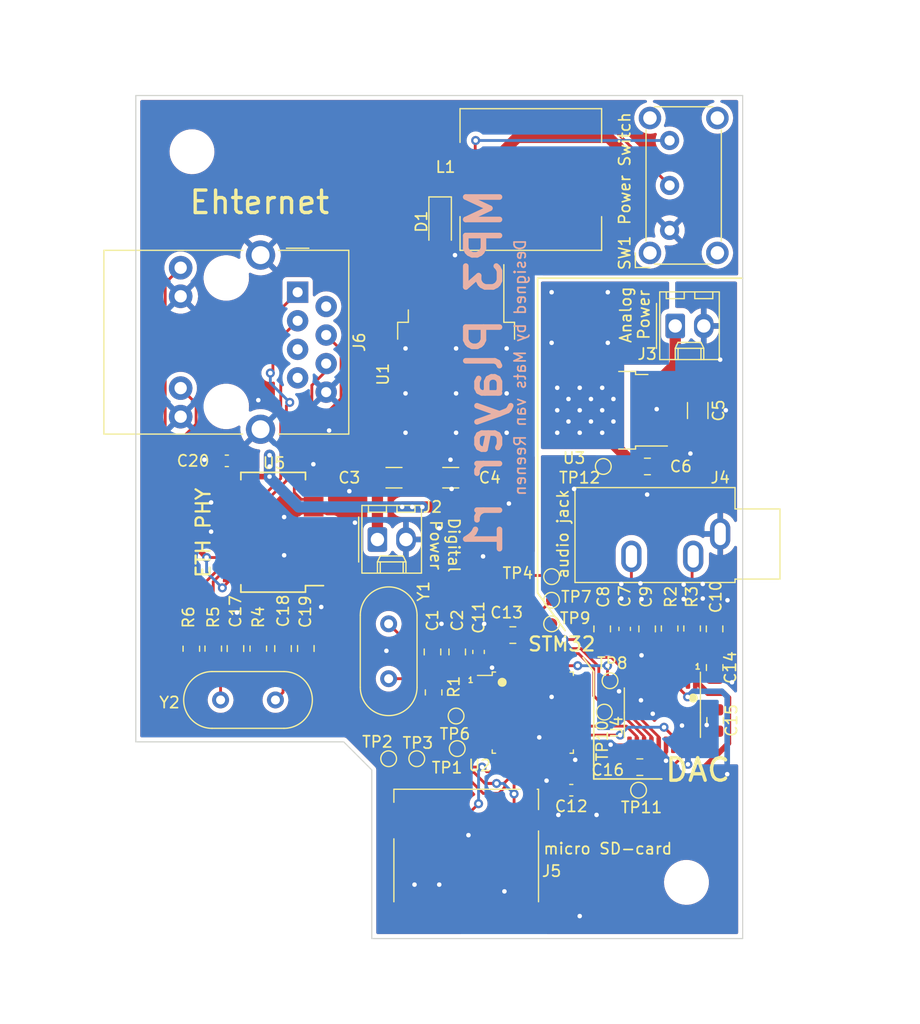
<source format=kicad_pcb>
(kicad_pcb (version 20210108) (generator pcbnew)
  (layers (0 "F.Cu" signal) (31 "B.Cu" signal) (36 "B.SilkS" user "B.Silkscreen") (37 "F.SilkS" user "F.Silkscreen") (38 "B.Mask" user) (39 "F.Mask" user) (44 "Edge.Cuts" user))
  (net 0 "")
  (net 1 "GND")
  (net 2 "Net-(C1-Pad2)")
  (net 3 "+3V3")
  (net 4 "+24V")
  (net 5 "GNDA")
  (net 6 "Net-(C5-Pad1)")
  (net 7 "SPI_ETH_CS")
  (net 8 "Net-(C14-Pad1)")
  (net 9 "Net-(C14-Pad2)")
  (net 10 "Net-(C9-Pad2)")
  (net 11 "Net-(C10-Pad2)")
  (net 12 "SPI_MOSI")
  (net 13 "SPI_MISO")
  (net 14 "SPI_CLK")
  (net 15 "Net-(C2-Pad2)")
  (net 16 "Net-(C15-Pad2)")
  (net 17 "ON{slash}~OFF")
  (net 18 "+3.3VA")
  (net 19 "/I2S3_SCK")
  (net 20 "/I2S3_LRCK")
  (net 21 "/I2S3_BCK")
  (net 22 "/I2S3_SD")
  (net 23 "Net-(C16-Pad2)")
  (net 24 "Net-(D1-Pad1)")
  (net 25 "no_connect_64")
  (net 26 "SD_CS")
  (net 27 "Net-(C17-Pad2)")
  (net 28 "/ETH_OSC1")
  (net 29 "Net-(R2-Pad1)")
  (net 30 "Net-(R3-Pad1)")
  (net 31 "Net-(C19-Pad1)")
  (net 32 "no_connect_53")
  (net 33 "/ETH_T+")
  (net 34 "no_connect_52")
  (net 35 "no_connect_54")
  (net 36 "Net-(U2-Pad18)")
  (net 37 "/ETH_T-")
  (net 38 "no_connect_55")
  (net 39 "Net-(J6-PadL3)")
  (net 40 "Net-(J6-PadL1)")
  (net 41 "/ETH_OSC2")
  (net 42 "/ETH_LEDA")
  (net 43 "/ETH_LEDB")
  (net 44 "no_connect_45")
  (net 45 "no_connect_46")
  (net 46 "no_connect_47")
  (net 47 "no_connect_48")
  (net 48 "no_connect_56")
  (net 49 "no_connect_57")
  (net 50 "no_connect_58")
  (net 51 "no_connect_59")
  (net 52 "no_connect_60")
  (net 53 "no_connect_61")
  (net 54 "no_connect_62")
  (net 55 "no_connect_63")
  (net 56 "Net-(U5-Pad14)")
  (net 57 "/ETH_R+")
  (net 58 "/ETH_R-")
  (net 59 "Net-(R1-Pad2)")
  (net 60 "Net-(TP6-Pad1)")
  (net 61 "no_connect_49")
  (net 62 "no_connect_50")
  (net 63 "no_connect_51")
  (net 64 "Net-(TP7-Pad1)")
  (footprint "Package_SO:SSOP-28_5.3x10.2mm_P0.65mm" (layer "F.Cu") (at 141.224 85.852 180)
    (fp_text reference "U5")
    (fp_text value "ENC28J60x-SS")
  )
  (footprint "Button_Switch_THT:SW_E-Switch_EG1224_SPDT_Angled" (layer "F.Cu") (at 176.5 59 90)
    (fp_text reference "SW1")
    (fp_text value "SW_SPDT")
  )
  (footprint "Capacitor_SMD:C_0603_1608Metric" (layer "F.Cu") (at 159.5 96.5 90)
    (fp_text reference "C11")
    (fp_text value "1u")
  )
  (footprint "Capacitor_SMD:C_0603_1608Metric" (layer "F.Cu") (at 137.1 79.5 180)
    (fp_text reference "C20")
    (fp_text value "1u")
  )
  (footprint "TestPoint:TestPoint_Pad_D1.0mm" (layer "F.Cu") (at 157.6 105.1)
    (fp_text reference "TP1")
    (fp_text value "TestPoint")
  )
  (footprint "Inductor_SMD:L_12x12mm_H8mm" (layer "F.Cu") (at 164.15 54.47 180)
    (fp_text reference "L1")
    (fp_text value "22u")
  )
  (footprint "Resistor_SMD:R_0805_2012Metric" (layer "F.Cu") (at 133.94 96.214 -90)
    (fp_text reference "R6")
    (fp_text value "470R")
  )
  (footprint "MountingHole:MountingHole_3.2mm_M3" (layer "F.Cu") (at 178 117)
    (fp_text reference "H2")
    (fp_text value "MountingHole")
  )
  (footprint "TestPoint:TestPoint_Pad_D1.0mm" (layer "F.Cu") (at 173.736 108.8)
    (fp_text reference "TP11")
    (fp_text value "TestPoint")
  )
  (footprint "TestPoint:TestPoint_Pad_D1.0mm" (layer "F.Cu") (at 151.5 106)
    (fp_text reference "TP2")
    (fp_text value "TestPoint")
  )
  (footprint "Capacitor_SMD:C_0805_2012Metric" (layer "F.Cu") (at 174.5 94.45 90)
    (fp_text reference "C9")
    (fp_text value "10n")
  )
  (footprint "Capacitor_SMD:C_0805_2012Metric" (layer "F.Cu") (at 162.55 95 180)
    (fp_text reference "C13")
    (fp_text value "10u")
  )
  (footprint "Resistor_SMD:R_0805_2012Metric" (layer "F.Cu") (at 155.5 100.1 -90)
    (fp_text reference "R1")
    (fp_text value "R")
  )
  (footprint "Crystal:Crystal_HC49-4H_Vertical" (layer "F.Cu") (at 151.5 94 -90)
    (fp_text reference "Y1")
    (fp_text value "8MHz")
  )
  (footprint "Capacitor_SMD:C_0805_2012Metric" (layer "F.Cu") (at 142.1 96.2 -90)
    (fp_text reference "C18")
    (fp_text value "C")
  )
  (footprint "TestPoint:TestPoint_Pad_D1.0mm" (layer "F.Cu") (at 157.5 102.2)
    (fp_text reference "TP6")
    (fp_text value "TestPoint")
  )
  (footprint "Resistor_SMD:R_0805_2012Metric" (layer "F.Cu") (at 178.5 94.4125 90)
    (fp_text reference "R3")
    (fp_text value "470R")
  )
  (footprint "Capacitor_SMD:C_1206_3216Metric" (layer "F.Cu") (at 151.975 81)
    (fp_text reference "C3")
    (fp_text value "10u@35v")
  )
  (footprint "MountingHole:MountingHole_3.2mm_M3" (layer "F.Cu") (at 134 52)
    (fp_text reference "H1")
    (fp_text value "MountingHole")
  )
  (footprint "TestPoint:TestPoint_Pad_D1.0mm" (layer "F.Cu") (at 166 94)
    (fp_text reference "TP9")
    (fp_text value "TestPoint")
  )
  (footprint "Resistor_SMD:R_0805_2012Metric" (layer "F.Cu") (at 135.89 96.204 -90)
    (fp_text reference "R5")
    (fp_text value "470R")
  )
  (footprint "Capacitor_SMD:C_0805_2012Metric" (layer "F.Cu") (at 180.51 97.89 -90)
    (fp_text reference "C14")
    (fp_text value "2u2")
  )
  (footprint "SDCards:microSD_HC_Hirose_DM3D-SF" (layer "F.Cu") (at 158.4 114.5)
    (fp_text reference "J5")
    (fp_text value "Micro_SD_Card")
  )
  (footprint "TestPoint:TestPoint_Pad_D1.0mm" (layer "F.Cu") (at 171.196 99.06)
    (fp_text reference "TP8")
    (fp_text value "TestPoint")
  )
  (footprint "Capacitor_SMD:C_0805_2012Metric" (layer "F.Cu") (at 157.6 96.5 -90)
    (fp_text reference "C2")
    (fp_text value "C")
  )
  (footprint "Capacitor_SMD:C_0805_2012Metric" (layer "F.Cu") (at 137.868 96.2 -90)
    (fp_text reference "C17")
    (fp_text value "C")
  )
  (footprint "Capacitor_SMD:C_0805_2012Metric" (layer "F.Cu") (at 170.5 94.45 90)
    (fp_text reference "C8")
    (fp_text value "10u")
  )
  (footprint "Connector_Audio:Jack_3.5mm_CUI_SJ1-3533NG_Horizontal" (layer "F.Cu") (at 181 86 -90)
    (fp_text reference "J4")
    (fp_text value "2.5mm Jack")
  )
  (footprint "Package_SO:TSSOP-20_4.4x6.5mm_P0.65mm" (layer "F.Cu") (at 175.855 101.9025 -90)
    (fp_text reference "U4")
    (fp_text value "PCM5102")
  )
  (footprint "Connector_RJ:RJ45_Bel_SI-60062-F" (layer "F.Cu") (at 143.4 64.5 -90)
    (fp_text reference "J6")
    (fp_text value "RJ45_Bel_SI-60062-F")
  )
  (footprint "Crystal:Crystal_HC49-4H_Vertical" (layer "F.Cu") (at 141.424 100.772 180)
    (fp_text reference "Y2")
    (fp_text value "25MHz")
  )
  (footprint "Capacitor_SMD:C_0603_1608Metric" (layer "F.Cu") (at 172.5 94.45 90)
    (fp_text reference "C7")
    (fp_text value "1u")
  )
  (footprint "TestPoint:TestPoint_Pad_D1.0mm" (layer "F.Cu") (at 154 106)
    (fp_text reference "TP3")
    (fp_text value "TestPoint")
  )
  (footprint "Resistor_SMD:R_0805_2012Metric" (layer "F.Cu") (at 176.5 94.4125 90)
    (fp_text reference "R2")
    (fp_text value "470R")
  )
  (footprint "Package_TO_SOT_SMD:TO-252-2" (layer "F.Cu") (at 171 75 180)
    (fp_text reference "U3")
    (fp_text value "LD1086DT33TR")
  )
  (footprint "Capacitor_SMD:C_0805_2012Metric" (layer "F.Cu") (at 174.525 80)
    (fp_text reference "C6")
    (fp_text value "10u")
  )
  (footprint "Capacitor_SMD:C_0805_2012Metric" (layer "F.Cu") (at 180.55 102.6 90)
    (fp_text reference "C15")
    (fp_text value "2u2")
  )
  (footprint "Capacitor_SMD:C_1206_3216Metric" (layer "F.Cu") (at 179 75.025 -90)
    (fp_text reference "C5")
    (fp_text value "10u@35v")
  )
  (footprint "Package_QFP:LQFP-32_7x7mm_P0.8mm" (layer "F.Cu") (at 164.325 101.9)
    (fp_text reference "U2")
    (fp_text value "STM32G431K8T6")
  )
  (footprint "Package_TO_SOT_SMD:TO-263-5_TabPin3" (layer "F.Cu") (at 157.5 70.125 -90)
    (fp_text reference "U1")
    (fp_text value "LM2596S-3.3")
  )
  (footprint "TestPoint:TestPoint_Pad_D1.0mm" (layer "F.Cu") (at 170.688 101.854)
    (fp_text reference "TP10")
    (fp_text value "TestPoint")
  )
  (footprint "Capacitor_SMD:C_0805_2012Metric" (layer "F.Cu") (at 180.5 94.45 90)
    (fp_text reference "C10")
    (fp_text value "10n")
  )
  (footprint "Resistor_SMD:R_0805_2012Metric" (layer "F.Cu") (at 139.9 96.2 90)
    (fp_text reference "R4")
    (fp_text value "R")
  )
  (footprint "TestPoint:TestPoint_Pad_D1.0mm" (layer "F.Cu") (at 170.6 80)
    (fp_text reference "TP12")
    (fp_text value "TestPoint")
  )
  (footprint "TestPoint:TestPoint_Pad_D1.0mm" (layer "F.Cu") (at 166 91.9)
    (fp_text reference "TP7")
    (fp_text value "TestPoint")
  )
  (footprint "Capacitor_SMD:C_0805_2012Metric" (layer "F.Cu") (at 144.128 96.194 -90)
    (fp_text reference "C19")
    (fp_text value "10u")
  )
  (footprint "Diode_SMD:D_SOD-123F" (layer "F.Cu") (at 156.08 58.22 -90)
    (fp_text reference "D1")
    (fp_text value "40V")
  )
  (footprint "Capacitor_SMD:C_0805_2012Metric" (layer "F.Cu") (at 173.85 106.75)
    (fp_text reference "C16")
    (fp_text value "100n")
  )
  (footprint "Connector_Molex:Molex_KK-254_AE-6410-02A_1x02_P2.54mm_Vertical" (layer "F.Cu") (at 150.5 86.5)
    (fp_text reference "J2")
    (fp_text value "24V in")
  )
  (footprint "Capacitor_SMD:C_0603_1608Metric" (layer "F.Cu") (at 167.75 108.8 180)
    (fp_text reference "C12")
    (fp_text value "1u")
  )
  (footprint "Connector_Molex:Molex_KK-254_AE-6410-02A_1x02_P2.54mm_Vertical" (layer "F.Cu") (at 177 67.5)
    (fp_text reference "J3")
    (fp_text value "Analog power")
  )
  (footprint "TestPoint:TestPoint_Pad_D1.0mm" (layer "F.Cu") (at 166 89.8)
    (fp_text reference "TP4")
    (fp_text value "TestPoint")
  )
  (footprint "Capacitor_SMD:C_0805_2012Metric" (layer "F.Cu") (at 155.4 96.5 -90)
    (fp_text reference "C1")
    (fp_text value "C")
  )
  (footprint "Capacitor_SMD:C_1206_3216Metric" (layer "F.Cu") (at 157.025 81 180)
    (fp_text reference "C4")
    (fp_text value "220u")
  )
  (gr_line (start 169.75 107.8) (end 175.8 107.8) (layer "F.SilkS") (width 0.15))
  (gr_line (start 169.75 98.25) (end 169.75 107.8) (layer "F.SilkS") (width 0.15))
  (gr_circle (center 161.6 99.2) (end 161.8 99.2) (layer "F.SilkS") (width 0.4) (fill none))
  (gr_line (start 183 63.25) (end 164.75 63.25) (layer "F.SilkS") (width 0.15))
  (gr_line (start 164.75 91.25) (end 167.2 94.6) (layer "F.SilkS") (width 0.15))
  (gr_circle (center 178.6 100.6) (end 178.8 100.6) (layer "F.SilkS") (width 0.4) (fill none))
  (gr_line (start 164.75 63.25) (end 164.75 91.25) (layer "F.SilkS") (width 0.15))
  (gr_line (start 168.8 97) (end 169.75 98.25) (layer "F.SilkS") (width 0.15))
  (gr_line (start 129 104.5) (end 129 47) (layer "Edge.Cuts") (width 0.1))
  (gr_line (start 150 122) (end 150 107) (layer "Edge.Cuts") (width 0.1))
  (gr_line (start 183 122) (end 150 122) (layer "Edge.Cuts") (width 0.1))
  (gr_line (start 129 47) (end 183 47) (layer "Edge.Cuts") (width 0.1))
  (gr_line (start 150 107) (end 147.5 104.5) (layer "Edge.Cuts") (width 0.1))
  (gr_line (start 147.5 104.5) (end 129 104.5) (layer "Edge.Cuts") (width 0.1))
  (gr_line (start 183 47) (end 183 122) (layer "Edge.Cuts") (width 0.1))
  (gr_text "MP3 Player r1\n" (at 160 71.6 90) (layer "B.SilkS") (effects (font (size 3 3) (thickness 0.5)) (justify mirror)))
  (gr_text "Designed by Mats van Reenen" (at 163.2 71.2 90) (layer "B.SilkS") (effects (font (size 1 1)) (justify mirror)))
  (gr_text "1\n" (at 179 97.8) (layer "F.SilkS") (effects (font (size 0.5 0.5) (thickness 0.125))))
  (gr_text "ETH PHY" (at 135 85.9 90) (layer "F.SilkS") (effects (font (size 1.25 1.25) (thickness 0.2))))
  (gr_text "audio jack" (at 167 86 90) (layer "F.SilkS") (effects (font (size 1 1))))
  (gr_text "Ehternet\n" (at 140 56.5) (layer "F.SilkS") (effects (font (size 2 2) (thickness 0.3))))
  (gr_text "1\n" (at 158.8 99) (layer "F.SilkS") (effects (font (size 0.5 0.5) (thickness 0.125))))
  (gr_text "Analog\nPower" (at 173.4 66.5 90) (layer "F.SilkS") (effects (font (size 1 1))))
  (gr_text "micro SD-card" (at 171 114) (layer "F.SilkS") (effects (font (size 1 1))))
  (gr_text "Power Switch" (at 172.5 53.5 90) (layer "F.SilkS") (effects (font (size 1 1))))
  (gr_text "DAC" (at 179 107) (layer "F.SilkS") (effects (font (size 2 2) (thickness 0.3))))
  (gr_text "STM32" (at 166.9 95.8) (layer "F.SilkS") (effects (font (size 1.25 1.25) (thickness 0.2))))
  (gr_text "Digital\nPower" (at 156.5 87 270) (layer "F.SilkS") (effects (font (size 1 1))))
  (segment (start 177.48 99.88) (end 177.48 99.04) (width 0.25) (layer "F.Cu") (net 1))
  (segment (start 144.824 89.427) (end 143.673 89.427) (width 0.25) (layer "F.Cu") (net 1))
  (segment (start 162 68.01) (end 161.98 67.99) (width 1) (layer "F.Cu") (net 1))
  (segment (start 167.1 95.4) (end 168.42282 95.4) (width 0.25) (layer "F.Cu") (net 1))
  (segment (start 168.1 106.1) (end 167.15 106.1) (width 0.5) (layer "F.Cu") (net 1))
  (segment (start 137.624 83.577) (end 136.377 83.577) (width 0.25) (layer "F.Cu") (net 1))
  (segment (start 171.265 104.765) (end 171.25 104.75) (width 0.25) (layer "F.Cu") (net 1))
  (segment (start 171.311592 96.98859) (end 172.93 98.606998) (width 0.25) (layer "F.Cu") (net 1))
  (segment (start 172.93 98.606998) (end 172.93 99.04) (width 0.25) (layer "F.Cu") (net 1))
  (segment (start 167.15 106.1) (end 167.125 106.075) (width 0.5) (layer "F.Cu") (net 1))
  (segment (start 153.45 81) (end 155.55 81) (width 1) (layer "F.Cu") (net 1))
  (segment (start 170.01141 96.98859) (end 171.311592 96.98859) (width 0.25) (layer "F.Cu") (net 1))
  (segment (start 168.42282 95.4) (end 170.01141 96.98859) (width 0.25) (layer "F.Cu") (net 1))
  (segment (start 162 69.5) (end 162 68.01) (width 1) (layer "F.Cu") (net 1))
  (segment (start 157.4 64.25) (end 157.5 64.35) (width 0.5) (layer "F.Cu") (net 1))
  (segment (start 155.875 120.060002) (end 155.875 119.35) (width 0.25) (layer "F.Cu") (net 1))
  (segment (start 153.45 77.45) (end 153 77) (width 1) (layer "F.Cu") (net 1))
  (segment (start 176.18 104.765) (end 176.18 106.18) (width 0.25) (layer "F.Cu") (net 1))
  (segment (start 137.624 83.577) (end 138.823 83.577) (width 0.25) (layer "F.Cu") (net 1))
  (segment (start 157.4 61.2) (end 157.4 64.25) (width 0.5) (layer "F.Cu") (net 1))
  (segment (start 178.1 100.5) (end 177.48 99.88) (width 0.25) (layer "F.Cu") (net 1))
  (segment (start 172.93 104.765) (end 171.265 104.765) (width 0.25) (layer "F.Cu") (net 1))
  (segment (start 153.45 81) (end 153.45 77.45) (width 1) (layer "F.Cu") (net 1))
  (segment (start 172.9 106.75) (end 172.9 104.795) (width 0.25) (layer "F.Cu") (net 1))
  (segment (start 172.9 104.795) (end 172.93 104.765) (width 0.25) (layer "F.Cu") (net 1))
  (via (at 145.5 92.5) (size 0.8) (drill 0.4) (layers "F.Cu" "B.Cu") (net 1))
  (via (at 157.5 77) (size 0.8) (drill 0.4) (layers "F.Cu" "B.Cu") (net 1))
  (via (at 162 73.5) (size 0.8) (drill 0.4) (layers "F.Cu" "B.Cu") (net 1))
  (via (at 178.1 100.5) (size 0.8) (drill 0.4) (layers "F.Cu" "B.Cu") (net 1))
  (via (at 142.2 87.9) (size 0.8) (drill 0.4) (layers "F.Cu" "B.Cu") (net 1))
  (via (at 138 93) (size 0.8) (drill 0.4) (layers "F.Cu" "B.Cu") (net 1))
  (via (at 157.1 82) (size 0.8) (drill 0.4) (layers "F.Cu" "B.Cu") (net 1))
  (via (at 164.9 104.1) (size 0.8) (drill 0.4) (layers "F.Cu" "B.Cu") (net 1))
  (via (at 156.2 94) (size 0.8) (drill 0.4) (layers "F.Cu" "B.Cu") (net 1))
  (via (at 161.8 117.8) (size 0.8) (drill 0.4) (layers "F.Cu" "B.Cu") (net 1))
  (via (at 148 82.2) (size 0.8) (drill 0.4) (layers "F.Cu" "B.Cu") (net 1))
  (via (at 135.7 83.2) (size 0.8) (drill 0.4) (layers "F.Cu" "B.Cu") (net 1))
  (via (at 156 117.2) (size 0.8) (drill 0.4) (layers "F.Cu" "B.Cu") (net 1))
  (via (at 151.3 96.4) (size 0.8) (drill 0.4) (layers "F.Cu" "B.Cu") (net 1))
  (via (at 153.8 117.2) (size 0.8) (drill 0.4) (layers "F.Cu" "B.Cu") (net 1))
  (via (at 135.1 79.4) (size 0.8) (drill 0.4) (layers "F.Cu" "B.Cu") (net 1))
  (via (at 156 85.5) (size 0.8) (drill 0.4) (layers "F.Cu" "B.Cu") (net 1))
  (via (at 162 77) (size 0.8) (drill 0.4) (layers "F.Cu" "B.Cu") (net 1))
  (via (at 166 100.5) (size 0.8) (drill 0.4) (layers "F.Cu" "B.Cu") (net 1))
  (via (at 160.7 97.9) (size 0.8) (drill 0.4) (layers "F.Cu" "B.Cu") (net 1))
  (via (at 144.8 79.8) (size 0.8) (drill 0.4) (layers "F.Cu" "B.Cu") (net 1))
  (via (at 171.25 104.75) (size 0.8) (drill 0.4) (layers "F.Cu" "B.Cu") (net 1))
  (via (at 160 94) (size 0.8) (drill 0.4) (layers "F.Cu" "B.Cu") (net 1))
  (via (at 139.9 74.1) (size 0.8) (drill 0.4) (layers "F.Cu" "B.Cu") (net 1))
  (via (at 146.2 76.8) (size 0.8) (drill 0.4) (layers "F.Cu" "B.Cu") (net 1))
  (via (at 162 69.5) (size 0.8) (drill 0.4) (layers "F.Cu" "B.Cu") (net 1))
  (via (at 167.1 95.4) (size 0.8) (drill 0.4) (layers "F.Cu" "B.Cu") (net 1))
  (via (at 157.4 61.2) (size 0.8) (drill 0.4) (layers "F.Cu" "B.Cu") (net 1))
  (via (at 168.1 106.1) (size 0.8) (drill 0.4) (layers "F.Cu" "B.Cu") (net 1))
  (via (at 168.5 120) (size 0.8) (drill 0.4) (layers "F.Cu" "B.Cu") (net 1))
  (via (at 165.55 107.95) (size 0.8) (drill 0.4) (layers "F.Cu" "B.Cu") (net 1))
  (via (at 148.5 85) (size 0.8) (drill 0.4) (layers "F.Cu" "B.Cu") (net 1))
  (via (at 142.2 84.5) (size 0.8) (drill 0.4) (layers "F.Cu" "B.Cu") (net 1))
  (via (at 157 79.4) (size 0.8) (drill 0.4) (layers "F.Cu" "B.Cu") (net 1))
  (via (at 153 77) (size 0.8) (drill 0.4) (layers "F.Cu" "B.Cu") (net 1))
  (via (at 157.5 73.5) (size 0.8) (drill 0.4) (layers "F.Cu" "B.Cu") (net 1))
  (via (at 153 69.5) (size 0.8) (drill 0.4) (layers "F.Cu" "B.Cu") (net 1))
  (via (at 170 111) (size 0.8) (drill 0.4) (layers "F.Cu" "B.Cu") (net 1))
  (via (at 162.2 83.3) (size 0.8) (drill 0.4) (layers "F.Cu" "B.Cu") (net 1))
  (via (at 157.5 69.5) (size 0.8) (drill 0.4) (layers "F.Cu" "B.Cu") (net 1))
  (via (at 135.7 85.8) (size 0.8) (drill 0.4) (layers "F.Cu" "B.Cu") (net 1))
  (via (at 181.625 107.375) (size 0.8) (drill 0.4) (layers "F.Cu" "B.Cu") (net 1))
  (via (at 153 73.5) (size 0.8) (drill 0.4) (layers "F.Cu" "B.Cu") (net 1))
  (via (at 166.6 111) (size 0.8) (drill 0.4) (layers "F.Cu" "B.Cu") (net 1))
  (via (at 159.9 88) (size 0.8) (drill 0.4) (layers "F.Cu" "B.Cu") (net 1))
  (via (at 176.18 106.18) (size 0.8) (drill 0.4) (layers "F.Cu" "B.Cu") (net 1))
  (via (at 158.6 112.8) (size 0.8) (drill 0.4) (layers "F.Cu" "B.Cu") (net 1))
  (segment (start 178.1 100.5) (end 178.6 100) (width 0.5) (layer "B.Cu") (net 1))
  (segment (start 181.15 100) (end 181.625 100.475) (width 0.5) (layer "B.Cu") (net 1))
  (segment (start 181.625 100.475) (end 181.625 107.375) (width 0.5) (layer "B.Cu") (net 1))
  (segment (start 178.6 100) (end 181.15 100) (width 0.5) (layer "B.Cu") (net 1))
  (segment (start 155.255 98.88) (end 155.5 99.125) (width 0.25) (layer "F.Cu") (net 2))
  (segment (start 151.5 98.88) (end 155.255 98.88) (width 0.25) (layer "F.Cu") (net 2))
  (segment (start 155.5 97.45) (end 155.5 99.125) (width 0.25) (layer "F.Cu") (net 2))
  (segment (start 157.2 83.6) (end 154.5 83.6) (width 1) (layer "F.Cu") (net 3))
  (segment (start 140.9 79) (end 140.9 80.9) (width 1) (layer "F.Cu") (net 3))
  (segment (start 137.624 84.227) (end 137.624 84.877) (width 0.25) (layer "F.Cu") (net 3))
  (segment (start 134 81.6) (end 134 84.2) (width 0.5) (layer "F.Cu") (net 3))
  (segment (start 155.21 54.47) (end 159.2 54.47) (width 1) (layer "F.Cu") (net 3))
  (segment (start 159.5 97.45) (end 160.77499 96.17501) (width 0.5) (layer "F.Cu") (net 3))
  (segment (start 181.72501 104.632992) (end 176.441991 109.916011) (width 0.5) (layer "F.Cu") (net 3))
  (segment (start 163.60001 63.10999) (end 167.22 59.49) (width 1) (layer "F.Cu") (net 3))
  (segment (start 168.950011 106.950011) (end 168.950011 108.374989) (width 0.5) (layer "F.Cu") (net 3))
  (segment (start 138.2 80.9) (end 137.9 80.6) (width 0.5) (layer "F.Cu") (net 3))
  (segment (start 159.1 83.7) (end 163.5 88.1) (width 1) (layer "F.Cu") (net 3))
  (segment (start 168.7 109.6) (end 168.7 110.2) (width 0.5) (layer "F.Cu") (net 3))
  (segment (start 164.1 89.7) (end 163.5 90.3) (width 0.25) (layer "F.Cu") (net 3))
  (segment (start 166 89.7) (end 164.1 89.7) (width 0.25) (layer "F.Cu") (net 3))
  (segment (start 166.318399 103.281601) (end 167.736798 104.7) (width 0.5) (layer "F.Cu") (net 3))
  (segment (start 158.664999 121.175001) (end 158.275 120.785002) (width 0.5) (layer "F.Cu") (net 3))
  (segment (start 168.732022 110.2) (end 168.7 110.2) (width 0.5) (layer "F.Cu") (net 3))
  (segment (start 159.2 51.04) (end 159.2 54.47) (width 0.25) (layer "F.Cu") (net 3))
  (segment (start 155.8 62.21002) (end 154.49 60.90002) (width 1) (layer "F.Cu") (net 3))
  (segment (start 158.5 83.1) (end 158 83.6) (width 1) (layer "F.Cu") (net 3))
  (segment (start 169.016011 109.916011) (end 168.732022 110.2) (width 0.5) (layer "F.Cu") (net 3))
  (segment (start 168.950011 105.150011) (end 168.950011 106.950011) (width 0.5) (layer "F.Cu") (net 3))
  (segment (start 166.325 103.288202) (end 166.318399 103.281601) (width 0.5) (layer "F.Cu") (net 3))
  (segment (start 134 84.2) (end 134 86.8) (width 0.5) (layer "F.Cu") (net 3))
  (segment (start 163.60001 78.489954) (end 163.60001 63.10999) (width 1) (layer "F.Cu") (net 3))
  (segment (start 157.2 83.6) (end 159 83.6) (width 1) (layer "F.Cu") (net 3))
  (segment (start 181.72501 100.57501) (end 181.72501 104.632992) (width 0.5) (layer "F.Cu") (net 3))
  (segment (start 181.72501 100.57501) (end 181.72501 101.110044) (width 0.5) (layer "F.Cu") (net 3))
  (segment (start 167.22 59.49) (end 170.33 59.49) (width 1) (layer "F.Cu") (net 3))
  (segment (start 154.5 83.6) (end 153.6 83.6) (width 1) (layer "F.Cu") (net 3))
  (segment (start 164.1 89.7) (end 163.5 89.1) (width 0.25) (layer "F.Cu") (net 3))
  (segment (start 178.78 99.04) (end 179.91 100.17) (width 0.5) (layer "F.Cu") (net 3))
  (segment (start 168.7 110.2) (end 168.7 117.360002) (width 0.5) (layer "F.Cu") (net 3))
  (segment (start 171.96 57.86) (end 171.96 51.62) (width 1) (layer "F.Cu") (net 3))
  (segment (start 134.027 84.227) (end 134 84.2) (width 0.25) (layer "F.Cu") (net 3))
  (segment (start 137.9 79.525) (end 137.875 79.5) (width 0.5) (layer "F.Cu") (net 3))
  (segment (start 137.9 80.648) (end 137.624 80.924) (width 0.5) (layer "F.Cu") (net 3))
  (segment (start 162.32499 96.17501) (end 163.5 95) (width 0.5) (layer "F.Cu") (net 3))
  (segment (start 159.5 98.4) (end 159.5 98.45) (width 0.5) (layer "F.Cu") (net 3))
  (segment (start 137.9 80.6) (end 137.9 80.648) (width 0.5) (layer "F.Cu") (net 3))
  (segment (start 157.85001 54.30001) (end 158.1 54.55) (width 0.25) (layer "F.Cu") (net 3))
  (segment (start 179.91 100.17) (end 181.32 100.17) (width 0.5) (layer "F.Cu") (net 3))
  (segment (start 168.950011 108.374989) (end 168.525 108.8) (width 0.5) (layer "F.Cu") (net 3))
  (segment (start 176.441991 109.916011) (end 169.016011 109.916011) (width 0.5) (layer "F.Cu") (net 3))
  (segment (start 163.386809 100.350011) (end 166.318399 103.281601) (width 0.5) (layer "F.Cu") (net 3))
  (segment (start 162.136798 99.1) (end 163.386809 100.350011) (width 0.5) (layer "F.Cu") (net 3))
  (segment (start 137.624 88.127) (end 137.597 88.1) (width 0.25) (layer "F.Cu") (net 3))
  (segment (start 161.089964 81) (end 163.60001 78.489954) (width 1) (layer "F.Cu") (net 3))
  (segment (start 181.32 100.17) (end 181.72501 100.57501) (width 0.5) (layer "F.Cu") (net 3))
  (segment (start 168.7 117.360002) (end 164.885001 121.175001) (width 0.5) (layer "F.Cu") (net 3))
  (segment (start 163.5 88.1) (end 163.5 89) (width 1) (layer "F.Cu") (net 3))
  (segment (start 171.96 51.62) (end 171.06 50.72) (width 1) (layer "F.Cu") (net 3))
  (segment (start 154.49 60.90002) (end 154.49 55.19) (width 1) (layer "F.Cu") (net 3))
  (segment (start 163.5 89.1) (end 163.5 89) (width 0.25) (layer "F.Cu") (net 3))
  (segment (start 158.5 81) (end 158.5 83.1) (width 1) (layer "F.Cu") (net 3))
  (segment (start 158.275 120.785002) (end 158.275 119.85) (width 0.5) (layer "F.Cu") (net 3))
  (segment (start 153.6 83.6) (end 152.7 83.6) (width 1) (layer "F.Cu") (net 3))
  (segment (start 168.5 104.7) (end 168.950011 105.150011) (width 0.5) (layer "F.Cu") (net 3))
  (segment (start 137.624 81.627) (end 137.624 80.924) (width 0.5) (layer "F.Cu") (net 3))
  (segment (start 137.624 84.227) (end 134.027 84.227) (width 0.25) (layer "F.Cu") (net 3))
  (segment (start 166.325 106.075) (end 166.325 103.288202) (width 0.5) (layer "F.Cu") (net 3))
  (segment (start 163.5 89) (end 163.5 95) (width 1) (layer "F.Cu") (net 3))
  (segment (start 137.423 90.077) (end 136.7 90.8) (width 0.25) (layer "F.Cu") (net 3))
  (segment (start 160.15 99.1) (end 162.136798 99.1) (width 0.5) (layer "F.Cu") (net 3))
  (segment (start 159.5 97.45) (end 159.5 98.4) (width 0.5) (layer "F.Cu") (net 3))
  (segment (start 137.9 80.6) (end 137.9 79.525) (width 0.5) (layer "F.Cu") (net 3))
  (segment (start 134.7 80.9) (end 134 81.6) (width 0.5) (layer "F.Cu") (net 3))
  (segment (start 167.736798 104.7) (end 168.5 104.7) (width 0.5) (layer "F.Cu") (net 3))
  (segment (start 160.77499 96.17501) (end 162.32499 96.17501) (width 0.5) (layer "F.Cu") (net 3))
  (segment (start 154.49 55.19) (end 155.21 54.47) (width 1) (layer "F.Cu") (net 3))
  (segment (start 137.597 88.1) (end 135.3 88.1) (width 0.25) (layer "F.Cu") (net 3))
  (segment (start 137.624 90.077) (end 137.423 90.077) (width 0.25) (layer "F.Cu") (net 3))
  (segment (start 159.24 51) (end 159.2 51.04) (width 0.25) (layer "F.Cu") (net 3))
  (segment (start 168.950011 107.200011) (end 168.950011 106.950011) (width 0.5) (layer "F.Cu") (net 3))
  (segment (start 169.016011 109.916011) (end 168.7 109.6) (width 0.5) (layer "F.Cu") (net 3))
  (segment (start 138.2 80.9) (end 134.7 80.9) (width 0.5) (layer "F.Cu") (net 3))
  (segment (start 168.7 108.8) (end 168.7 109.6) (width 0.5) (layer "F.Cu") (net 3))
  (segment (start 158.5 83.1) (end 159.1 83.7) (width 1) (layer "F.Cu") (net 3))
  (segment (start 155.8 64.35) (end 155.8 62.21002) (width 1) (layer "F.Cu") (net 3))
  (segment (start 171.06 50.72) (end 162.95 50.72) (width 1) (layer "F.Cu") (net 3))
  (segment (start 138.2 80.9) (end 138.4 80.9) (width 0.5) (layer "F.Cu") (net 3))
  (segment (start 140.9 80.9) (end 138.4 80.9) (width 0.5) (layer "F.Cu") (net 3))
  (segment (start 134 86.8) (end 135.3 88.1) (width 0.5) (layer "F.Cu") (net 3))
  (segment (start 159.5 98.45) (end 160.15 99.1) (width 0.5) (layer "F.Cu") (net 3))
  (segment (start 170.33 59.49) (end 171.96 57.86) (width 1) (layer "F.Cu") (net 3))
  (segment (start 162.95 50.72) (end 159.2 54.47) (width 1) (layer "F.Cu") (net 3))
  (segment (start 158.5 81) (end 161.089964 81) (width 1) (layer "F.Cu") (net 3))
  (segment (start 164.885001 121.175001) (end 158.664999 121.175001) (width 0.5) (layer "F.Cu") (net 3))
  (via (at 135.3 88.1) (size 0.8) (drill 0.4) (layers "F.Cu" "B.Cu") (net 3))
  (via (at 140.9 79) (size 0.8) (drill 0.4) (layers "F.Cu" "B.Cu") (net 3))
  (via (at 159.24 51) (size 0.8) (drill 0.4) (layers "F.Cu" "B.Cu") (net 3))
  (via (at 152.7 83.6) (size 0.8) (drill 0.4) (layers "F.Cu" "B.Cu") (net 3))
  (via (at 140.9 80) (size 0.8) (drill 0.4) (layers "F.Cu" "B.Cu") (net 3))
  (via (at 136.7 90.8) (size 0.8) (drill 0.4) (layers "F.Cu" "B.Cu") (net 3))
  (via (at 153.6 83.6) (size 0.8) (drill 0.4) (layers "F.Cu" "B.Cu") (net 3))
  (via (at 154.5 83.6) (size 0.8) (drill 0.4) (layers "F.Cu" "B.Cu") (net 3))
  (via (at 140.9 80.9) (size 0.8) (drill 0.4) (layers "F.Cu" "B.Cu") (net 3))
  (segment (start 143.5 83.6) (end 140.9 81) (width 1) (layer "B.Cu") (net 3))
  (segment (start 140.9 80) (end 140.9 79.5) (width 1) (layer "B.Cu") (net 3))
  (segment (start 140.9 79.5) (end 140.9 79) (width 1) (layer "B.Cu") (net 3))
  (segment (start 176.5 51) (end 159.24 51) (width 0.25) (layer "B.Cu") (net 3))
  (segment (start 154.5 83.6) (end 143.5 83.6) (width 1) (layer "B.Cu") (net 3))
  (segment (start 140.9 80.9) (end 140.9 80.5) (width 1) (layer "B.Cu") (net 3))
  (segment (start 135.3 89.4) (end 135.3 88.1) (width 0.25) (layer "B.Cu") (net 3))
  (segment (start 140.9 80.5) (end 140.9 80) (width 1) (layer "B.Cu") (net 3))
  (segment (start 136.7 90.8) (end 135.3 89.4) (width 0.25) (layer "B.Cu") (net 3))
  (segment (start 140.9 81) (end 140.9 80.9) (width 1) (layer "B.Cu") (net 3))
  (segment (start 159.24 51) (end 159.2 51) (width 0.25) (layer "B.Cu") (net 3))
  (segment (start 160.039954 67.35001) (end 160.9 66.489964) (width 1) (layer "F.Cu") (net 4))
  (segment (start 150.5 81) (end 150.5 69.410036) (width 1) (layer "F.Cu") (net 4))
  (segment (start 152.560026 67.35001) (end 160.039954 67.35001) (width 1) (layer "F.Cu") (net 4))
  (segment (start 150.5 86.5) (end 150.5 81) (width 1) (layer "F.Cu") (net 4))
  (segment (start 160.9 66.489964) (end 160.9 64.35) (width 1) (layer "F.Cu") (net 4))
  (segment (start 150.5 69.410036) (end 152.560026 67.35001) (width 1) (layer "F.Cu") (net 4))
  (segment (start 172.6 93.5) (end 174.5 95.4) (width 0.5) (layer "F.Cu") (net 5))
  (segment (start 178.13 103.58) (end 177.6 103.05) (width 0.25) (layer "F.Cu") (net 5))
  (segment (start 171.5 93.8) (end 171.55 93.8) (width 0.25) (layer "F.Cu") (net 5))
  (segment (start 178.13 104.765) (end 178.13 103.58) (width 0.25) (layer "F.Cu") (net 5))
  (segment (start 178.13 104.765) (end 178.13 106.5) (width 0.5) (layer "F.Cu") (net 5))
  (segment (start 179.8 103) (end 180 103) (width 0.25) (layer "F.Cu") (net 5))
  (segment (start 173.58 99.04) (end 173.58 100.43) (width 0.25) (layer "F.Cu") (net 5))
  (segment (start 177.6 103.05) (end 177.975 103.425) (width 0.5) (layer "F.Cu") (net 5))
  (segment (start 171.9 93.6) (end 171.7 93.4) (width 0.25) (layer "F.Cu") (net 5))
  (segment (start 173.58 100.43) (end 173.95 100.8) (width 0.25) (layer "F.Cu") (net 5))
  (segment (start 172.5 93.5) (end 172.6 93.5) (width 0.5) (layer "F.Cu") (net 5))
  (segment (start 171.35 93.65) (end 171.5 93.8) (width 0.25) (layer "F.Cu") (net 5))
  (segment (start 180 103) (end 180.55 103.55) (width 0.25) (layer "F.Cu") (net 5))
  (via (at 181 70.5) (size 0.8) (drill 0.4) (layers "F.Cu" "B.Cu") (net 5))
  (via (at 174 96.8) (size 0.8) (drill 0.4) (layers "F.Cu" "B.Cu") (net 5))
  (via (at 179.45 91.75) (size 0.8) (drill 0.4) (layers "F.Cu" "B.Cu") (net 5))
  (via (at 173.95 100.8) (size 0.8) (drill 0.4) (layers "F.Cu" "B.Cu") (net 5))
  (via (at 179.45 90.45) (size 0.8) (drill 0.4) (layers "F.Cu" "B.Cu") (net 5))
  (via (at 172.2 90.45) (size 0.8) (drill 0.4) (layers "F.Cu" "B.Cu") (net 5))
  (via (at 174.5 82.5) (size 0.8) (drill 0.4) (layers "F.Cu" "B.Cu") (net 5))
  (via (at 182.05 99.2) (size 0.8) (drill 0.4) (layers "F.Cu" "B.Cu") (net 5))
  (via (at 177.75 91.8) (size 0.8) (drill 0.4) (layers "F.Cu" "B.Cu") (net 5))
  (via (at 177.75 90.5) (size 0.8) (drill 0.4) (layers "F.Cu" "B.Cu") (net 5))
  (via (at 174 91.8) (size 0.8) (drill 0.4) (layers "F.Cu" "B.Cu") (net 5))
  (via (at 177.6 103.05) (size 0.8) (drill 0.4) (layers "F.Cu" "B.Cu") (net 5))
  (via (at 175.35 74.9) (size 0.8) (drill 0.4) (layers "F.Cu" "B.Cu") (net 5))
  (via (at 179.8 103) (size 0.8) (drill 0.4) (layers "F.Cu" "B.Cu") (net 5))
  (via (at 178.13 106.5) (size 0.8) (drill 0.4) (layers "F.Cu" "B.Cu") (net 5))
  (via (at 172 100) (size 0.8) (drill 0.4) (layers "F.Cu" "B.Cu") (net 5))
  (via (at 173.9 90.4) (size 0.8) (drill 0.4) (layers "F.Cu" "B.Cu") (net 5))
  (via (at 181.65 91.9) (size 0.8) (drill 0.4) (layers "F.Cu" "B.Cu") (net 5))
  (via (at 181.5 75) (size 0.8) (drill 0.4) (layers "F.Cu" "B.Cu") (net 5))
  (via (at 168 82) (size 0.8) (drill 0.4) (layers "F.Cu" "B.Cu") (net 5))
  (via (at 178.35 78.85) (size 0.8) (drill 0.4) (layers "F.Cu" "B.Cu") (net 5))
  (via (at 172.2 91.75) (size 0.8) (drill 0.4) (layers "F.Cu" "B.Cu") (net 5))
  (via (at 175 102) (size 0.8) (drill 0.4) (layers "F.Cu" "B.Cu") (net 5))
  (segment (start 178.13 106.5) (end 178.13 105.73) (width 0.5) (layer "B.Cu") (net 5))
  (segment (start 179 73.55) (end 177.475 72.025) (width 1) (layer "F.Cu") (net 6))
  (segment (start 175.91 72.01) (end 175.2 72.72) (width 1) (layer "F.Cu") (net 6))
  (segment (start 175.925 72.025) (end 177.475 72.025) (width 1) (layer "F.Cu") (net 6))
  (segment (start 177 71.55) (end 177 70.92) (width 1) (layer "F.Cu") (net 6))
  (segment (start 177 67.5) (end 177 70.92) (width 1) (layer "F.Cu") (net 6))
  (segment (start 175.91 72.01) (end 175.925 72.025) (width 1) (layer "F.Cu") (net 6))
  (segment (start 177 70.92) (end 175.91 72.01) (width 1) (layer "F.Cu") (net 6))
  (segment (start 177.475 72.025) (end 177 71.55) (width 1) (layer "F.Cu") (net 6))
  (segment (start 148.4 86.69) (end 146.587 84.877) (width 0.25) (layer "F.Cu") (net 7))
  (segment (start 148.4 86.69) (end 148.36 86.65) (width 0.25) (layer "F.Cu") (net 7))
  (segment (start 155.521435 103.185011) (end 155.506446 103.2) (width 0.25) (layer "F.Cu") (net 7))
  (segment (start 155.506446 103.2) (end 152.7 103.2) (width 0.25) (layer "F.Cu") (net 7))
  (segment (start 158.685011 103.185011) (end 155.521435 103.185011) (width 0.25) (layer "F.Cu") (net 7))
  (segment (start 148.4 98.9) (end 148.4 86.69) (width 0.25) (layer "F.Cu") (net 7))
  (segment (start 148.4 98.9) (end 152.7 103.2) (width 0.25) (layer "F.Cu") (net 7))
  (segment (start 160.15 103.9) (end 159.4 103.9) (width 0.25) (layer "F.Cu") (net 7))
  (segment (start 159.4 103.9) (end 158.685011 103.185011) (width 0.25) (layer "F.Cu") (net 7))
  (segment (start 146.587 84.877) (end 144.824 84.877) (width 0.25) (layer "F.Cu") (net 7))
  (segment (start 179.95 97.5) (end 180.51 96.94) (width 0.25) (layer "F.Cu") (net 8))
  (segment (start 176.83 98.101462) (end 177.431462 97.5) (width 0.25) (layer "F.Cu") (net 8))
  (segment (start 176.83 99.04) (end 176.83 98.101462) (width 0.25) (layer "F.Cu") (net 8))
  (segment (start 177.431462 97.5) (end 179.95 97.5) (width 0.25) (layer "F.Cu") (net 8))
  (segment (start 179.67749 97.97749) (end 178.45501 97.97749) (width 0.25) (layer "F.Cu") (net 9))
  (segment (start 179.67749 97.97749) (end 180.51 98.81) (width 0.25) (layer "F.Cu") (net 9))
  (segment (start 178.13 98.3025) (end 178.13 99.04) (width 0.25) (layer "F.Cu") (net 9))
  (segment (start 178.45501 97.97749) (end 178.13 98.3025) (width 0.25) (layer "F.Cu") (net 9))
  (segment (start 180.51 98.81) (end 180.51 98.84) (width 0.25) (layer "F.Cu") (net 9))
  (segment (start 174.5 93.5) (end 173.1 92.1) (width 0.25) (layer "F.Cu") (net 10))
  (segment (start 173.1 92.1) (end 173.1 88) (width 0.25) (layer "F.Cu") (net 10))
  (segment (start 173.1 88) (end 173.05 88.05) (width 0.25) (layer "F.Cu") (net 10))
  (segment (start 174.5 93.5) (end 176.5 93.5) (width 0.25) (layer "F.Cu") (net 10))
  (segment (start 178.5 93.5) (end 180.5 93.5) (width 0.25) (layer "F.Cu") (net 11))
  (segment (start 178.6 93.4) (end 178.5 93.5) (width 0.25) (layer "F.Cu") (net 11))
  (segment (start 178.5 88.1) (end 178.5 93.5) (width 0.25) (layer "F.Cu") (net 11))
  (segment (start 178.6 88) (end 178.5 88.1) (width 0.25) (layer "F.Cu") (net 11))
  (segment (start 145.733648 86.177) (end 147.43 87.873352) (width 0.25) (layer "F.Cu") (net 12))
  (segment (start 154.85 104.85) (end 155 105) (width 0.25) (layer "F.Cu") (net 12))
  (segment (start 163.925 106.825) (end 162.66 108.09) (width 0.25) (layer "F.Cu") (net 12))
  (segment (start 147.43 87.873352) (end 147.43 99.33) (width 0.25) (layer "F.Cu") (net 12))
  (segment (start 157.22 107.22) (end 159.09 107.22) (width 0.25) (layer "F.Cu") (net 12))
  (segment (start 163.925 106.075) (end 163.925 106.825) (width 0.25) (layer "F.Cu") (net 12))
  (segment (start 162.66 110.4) (end 159.375 113.685) (width 0.25) (layer "F.Cu") (net 12))
  (segment (start 160.31 108.2) (end 161.1 108.2) (width 0.25) (layer "F.Cu") (net 12))
  (segment (start 160.07 108.2) (end 161.1 108.2) (width 0.25) (layer "F.Cu") (net 12))
  (segment (start 154.85 105.15) (end 154.85 104.85) (width 0.25) (layer "F.Cu") (net 12))
  (segment (start 154.3 104.3) (end 154.85 104.85) (width 0.25) (layer "F.Cu") (net 12))
  (segment (start 155.15 105.15) (end 154.85 105.15) (width 0.25) (layer "F.Cu") (net 12))
  (segment (start 147.43 99.33) (end 152.4 104.3) (width 0.25) (layer "F.Cu") (net 12))
  (segment (start 154.85 105.15) (end 155 105) (width 0.25) (layer "F.Cu") (net 12))
  (segment (start 155 105) (end 155.2 105.2) (width 0.25) (layer "F.Cu") (net 12))
  (segment (start 154 106) (end 154.85 105.15) (width 0.25) (layer "F.Cu") (net 12))
  (segment (start 159.09 107.22) (end 160.07 108.2) (width 0.25) (layer "F.Cu") (net 12))
  (segment (start 155.2 105.2) (end 155.15 105.15) (width 0.25) (layer "F.Cu") (net 12))
  (segment (start 152.4 104.3) (end 154.3 104.3) (width 0.25) (layer "F.Cu") (net 12))
  (segment (start 155.2 105.2) (end 157.22 107.22) (width 0.25) (layer "F.Cu") (net 12))
  (segment (start 162.66 108.09) (end 162.66 109.13) (width 0.25) (layer "F.Cu") (net 12))
  (segment (start 162.66 109.13) (end 162.66 110.4) (width 0.25) (layer "F.Cu") (net 12))
  (segment (start 159.375 113.685) (end 159.375 119.85) (width 0.25) (layer "F.Cu") (net 12))
  (segment (start 144.824 86.177) (end 145.733648 86.177) (width 0.25) (layer "F.Cu") (net 12))
  (via (at 162.66 109.13) (size 0.8) (drill 0.4) (layers "F.Cu" "B.Cu") (net 12))
  (via (at 161.1 108.2) (size 0.8) (drill 0.4) (layers "F.Cu" "B.Cu") (net 12))
  (segment (start 162.66 109.13) (end 161.73 108.2) (width 0.25) (layer "B.Cu") (net 12))
  (segment (start 161.73 108.2) (end 161.1 108.2) (width 0.25) (layer "B.Cu") (net 12))
  (segment (start 161.825011 108.124989) (end 161.825011 108.548006) (width 0.25) (layer "F.Cu") (net 13))
  (segment (start 158.213491 108.513491) (end 158.363492 108.363492) (width 0.25) (layer "F.Cu") (net 13))
  (segment (start 158.363492 108.363492) (end 158.58 108.146983) (width 0.25) (layer "F.Cu") (net 13))
  (segment (start 152.1 105.1) (end 152.25 105.25) (width 0.25) (layer "F.Cu") (net 13))
  (segment (start 152.1 105.4) (end 152.25 105.25) (width 0.25) (layer "F.Cu") (net 13))
  (segment (start 154.08 108.08) (end 153 107) (width 0.25) (layer "F.Cu") (net 13))
  (segment (start 146.92 88.013352) (end 146.92 99.92) (width 0.25) (layer "F.Cu") (net 13))
  (segment (start 158.08 108.08) (end 154.08 108.08) (width 0.25) (layer "F.Cu") (net 13))
  (segment (start 152.1 105.4) (end 152.1 105.1) (width 0.25) (layer "F.Cu") (net 13))
  (segment (start 152.4 105.4) (end 152.1 105.4) (width 0.25) (layer "F.Cu") (net 13))
  (segment (start 154.975 119.85) (end 154.975 111.751983) (width 0.25) (layer "F.Cu") (net 13))
  (segment (start 158.58 108.146983) (end 158.58 108.08) (width 0.25) (layer "F.Cu") (net 13))
  (segment (start 153 107) (end 153 106) (width 0.25) (layer "F.Cu") (net 13))
  (segment (start 144.824 86.827) (end 145.733648 86.827) (width 0.25) (layer "F.Cu") (net 13))
  (segment (start 146.92 99.92) (end 152.1 105.1) (width 0.25) (layer "F.Cu") (net 13))
  (segment (start 158.213491 108.213491) (end 158.213491 108.513491) (width 0.25) (layer "F.Cu") (net 13))
  (segment (start 145.733648 86.827) (end 146.92 88.013352) (width 0.25) (layer "F.Cu") (net 13))
  (segment (start 161.825011 108.548006) (end 161.293017 109.08) (width 0.25) (layer "F.Cu") (net 13))
  (segment (start 159.91 109.08) (end 158.91 108.08) (width 0.25) (layer "F.Cu") (net 13))
  (segment (start 154.975 111.751983) (end 158.213491 108.513491) (width 0.25) (layer "F.Cu") (net 13))
  (segment (start 158.08 108.08) (end 158.2 108.2) (width 0.25) (layer "F.Cu") (net 13))
  (segment (start 158.2 108.2) (end 158.213491 108.213491) (width 0.25) (layer "F.Cu") (net 13))
  (segment (start 163.125 106.075) (end 163.125 106.825) (width 0.25) (layer "F.Cu") (net 13))
  (segment (start 158.91 108.08) (end 158.58 108.08) (width 0.25) (layer "F.Cu") (net 13))
  (segment (start 158.58 108.08) (end 158.08 108.08) (width 0.25) (layer "F.Cu") (net 13))
  (segment (start 158.2 108.2) (end 158.363492 108.363492) (width 0.25) (layer "F.Cu") (net 13))
  (segment (start 161.293017 109.08) (end 159.91 109.08) (width 0.25) (layer "F.Cu") (net 13))
  (segment (start 153 106) (end 152.4 105.4) (width 0.25) (layer "F.Cu") (net 13))
  (segment (start 163.125 106.825) (end 161.825011 108.124989) (width 0.25) (layer "F.Cu") (net 13))
  (segment (start 152.4 105.4) (end 152.25 105.25) (width 0.25) (layer "F.Cu") (net 13))
  (segment (start 151.5 106) (end 152.1 105.4) (width 0.25) (layer "F.Cu") (net 13))
  (segment (start 144.824 85.527) (end 146.387 85.527) (width 0.25) (layer "F.Cu") (net 14))
  (segment (start 156.9 105.8) (end 156.78 105.92) (width 0.25) (layer "F.Cu") (net 14))
  (segment (start 159.5 110) (end 157.175 112.325) (width 0.25) (layer "F.Cu") (net 14))
  (segment (start 156.78 105.92) (end 156.78 106.02) (width 0.25) (layer "F.Cu") (net 14))
  (segment (start 156.88 105.82) (end 156.88 106.12) (width 0.25) (layer "F.Cu") (net 14))
  (segment (start 147.88 99.08) (end 147.94998 99.14998) (width 0.25) (layer "F.Cu") (net 14))
  (segment (start 162.325 106.825) (end 162.325 106.075) (width 0.25) (layer "F.Cu") (net 14))
  (segment (start 159.81 106.74) (end 160.22001 107.15001) (width 0.25) (layer "F.Cu") (net 14))
  (segment (start 157.175 112.325) (end 157.175 114.825) (width 0.25) (layer "F.Cu") (net 14))
  (segment (start 147.88 99.08) (end 152.6 103.8) (width 0.25) (layer "F.Cu") (net 14))
  (segment (start 156.53 105.77) (end 156.78 106.02) (width 0.25) (layer "F.Cu") (net 14))
  (segment (start 157.5 106.74) (end 158.26 106.74) (width 0.25) (layer "F.Cu") (net 14))
  (segment (start 156.78 106.02) (end 156.88 106.12) (width 0.25) (layer "F.Cu") (net 14))
  (segment (start 157.6 105.1) (end 156.9 105.8) (width 0.25) (layer "F.Cu") (net 14))
  (segment (start 152.6 103.8) (end 154.56 103.8) (width 0.25) (layer "F.Cu") (net 14))
  (segment (start 160.22001 107.15001) (end 161.99999 107.15001) (width 0.25) (layer "F.Cu") (net 14))
  (segment (start 156.56 105.8) (end 156.9 105.8) (width 0.25) (layer "F.Cu") (net 14))
  (segment (start 146.387 85.527) (end 147.88 87.02) (width 0.25) (layer "F.Cu") (net 14))
  (segment (start 157.175 112.325) (end 157.175 119.85) (width 0.25) (layer "F.Cu") (net 14))
  (segment (start 147.88 87.02) (end 147.88 99.08) (width 0.25) (layer "F.Cu") (net 14))
  (segment (start 156.53 105.77) (end 156.56 105.8) (width 0.25) (layer "F.Cu") (net 14))
  (segment (start 161.99999 107.15001) (end 162.325 106.825) (width 0.25) (layer "F.Cu") (net 14))
  (segment (start 156.88 106.12) (end 157.5 106.74) (width 0.25) (layer "F.Cu") (net 14))
  (segment (start 156.9 105.8) (end 156.88 105.82) (width 0.25) (layer "F.Cu") (net 14))
  (segment (start 158.26 106.74) (end 159.81 106.74) (width 0.25) (layer "F.Cu") (net 14))
  (segment (start 154.56 103.8) (end 156.53 105.77) (width 0.25) (layer "F.Cu") (net 14))
  (via (at 159.81 106.74) (size 0.8) (drill 0.4) (layers "F.Cu" "B.Cu") (net 14))
  (via (at 159.5 110) (size 0.8) (drill 0.4) (layers "F.Cu" "B.Cu") (net 14))
  (segment (start 159.81 106.74) (end 159.5 107.05) (width 0.25) (layer "B.Cu") (net 14))
  (segment (start 159.5 107.05) (end 159.5 110) (width 0.25) (layer "B.Cu") (net 14))
  (segment (start 151.5 94) (end 154.12499 96.62499) (width 0.25) (layer "F.Cu") (net 15))
  (segment (start 159.450001 99.9) (end 160.15 99.9) (width 0.25) (layer "F.Cu") (net 15))
  (segment (start 154.12499 96.62499) (end 156.67499 96.62499) (width 0.25) (layer "F.Cu") (net 15))
  (segment (start 157.5 97.45) (end 157.5 97.949999) (width 0.25) (layer "F.Cu") (net 15))
  (segment (start 156.67499 96.62499) (end 157.5 97.45) (width 0.25) (layer "F.Cu") (net 15))
  (segment (start 157.5 97.949999) (end 159.450001 99.9) (width 0.25) (layer "F.Cu") (net 15))
  (segment (start 176.18 99.7775) (end 176.2 99.7975) (width 0.25) (layer "F.Cu") (net 16))
  (segment (start 177.1 101.65) (end 180.55 101.65) (width 0.25) (layer "F.Cu") (net 16))
  (segment (start 176.18 99.04) (end 176.18 99.7775) (width 0.25) (layer "F.Cu") (net 16))
  (segment (start 176.2 100.75) (end 177.1 101.65) (width 0.25) (layer "F.Cu") (net 16))
  (segment (start 176.2 99.7975) (end 176.2 100.75) (width 0.25) (layer "F.Cu") (net 16))
  (segment (start 154.1 64.35) (end 154.1 62.1) (width 0.25) (layer "F.Cu") (net 17))
  (segment (start 171.401735 49.894981) (end 176.5 54.993246) (width 0.25) (layer "F.Cu") (net 17))
  (segment (start 153.4 55.113246) (end 158.618266 49.89498) (width 0.25) (layer "F.Cu") (net 17))
  (segment (start 176.5 54.993246) (end 176.5 55) (width 0.25) (layer "F.Cu") (net 17))
  (segment (start 154.1 62.1) (end 153.4 61.4) (width 0.25) (layer "F.Cu") (net 17))
  (segment (start 153.4 61.4) (end 153.4 55.113246) (width 0.25) (layer "F.Cu") (net 17))
  (segment (start 158.618266 49.89498) (end 171.401735 49.894981) (width 0.25) (layer "F.Cu") (net 17))
  (segment (start 174.23 98.174666) (end 174.23 99.04) (width 0.5) (layer "F.Cu") (net 18))
  (segment (start 168 85.05) (end 171.775 81.275) (width 1) (layer "F.Cu") (net 18))
  (segment (start 176.6525 102.2) (end 177.29641 102.2) (width 0.25) (layer "F.Cu") (net 18))
  (segment (start 171.775 81.175) (end 171.775 81.275) (width 0.25) (layer "F.Cu") (net 18))
  (segment (start 170.5 95.4) (end 170.536188 95.4) (width 0.5) (layer "F.Cu") (net 18))
  (segment (start 171.775 81.275) (end 173.05 80) (width 1) (layer "F.Cu") (net 18))
  (segment (start 172.5 95.4) (end 172.5 97.363812) (width 0.5) (layer "F.Cu") (net 18))
  (segment (start 168 93.625) (end 169.775 95.4) (width 1) (layer "F.Cu") (net 18))
  (segment (start 169.775 95.4) (end 170.5 95.4) (width 1) (layer "F.Cu") (net 18))
  (segment (start 178.78 104.22) (end 178.78 102.98) (width 0.5) (layer "F.Cu") (net 18))
  (segment (start 174.23 99.7775) (end 174.72625 100.27375) (width 0.25) (layer "F.Cu") (net 18))
  (segment (start 172.988678 97.85249) (end 173.907824 97.85249) (width 0.5) (layer "F.Cu") (net 18))
  (segment (start 172.568094 97.431906) (end 172.988678 97.85249) (width 0.5) (layer "F.Cu") (net 18))
  (segment (start 174.23 99.04) (end 174.23 99.7775) (width 0.25) (layer "F.Cu") (net 18))
  (segment (start 177.29641 102.2) (end 178 102.2) (width 0.25) (layer "F.Cu") (net 18))
  (segment (start 176.6525 102.2) (end 176.836814 102.2) (width 0.5) (layer "F.Cu") (net 18))
  (segment (start 176.6525 102.2) (end 174.72625 100.27375) (width 0.5) (layer "F.Cu") (net 18))
  (segment (start 173.907824 97.85249) (end 174.23 98.174666) (width 0.5) (layer "F.Cu") (net 18))
  (segment (start 170.5 95.4) (end 172.5 95.4) (width 0.5) (layer "F.Cu") (net 18))
  (segment (start 173.05 80) (end 173.05 79.55) (width 1) (layer "F.Cu") (net 18))
  (segment (start 178.78 102.98) (end 178.15 102.35) (width 0.5) (layer "F.Cu") (net 18))
  (segment (start 172.5 97.363812) (end 172.568094 97.431906) (width 0.5) (layer "F.Cu") (net 18))
  (segment (start 178 102.2) (end 178.15 102.35) (width 0.25) (layer "F.Cu") (net 18))
  (segment (start 168 85.05) (end 168 93.625) (width 1) (layer "F.Cu") (net 18))
  (segment (start 178.78 104.765) (end 178.78 104.22) (width 0.25) (layer "F.Cu") (net 18))
  (segment (start 170.6 80) (end 171.775 81.175) (width 0.25) (layer "F.Cu") (net 18))
  (segment (start 173.05 79.55) (end 170.5 77) (width 1) (layer "F.Cu") (net 18))
  (via (at 167.5 76) (size 0.8) (drill 0.4) (layers "F.Cu" "B.Cu") (net 18))
  (via (at 168.5 77) (size 0.8) (drill 0.4) (layers "F.Cu" "B.Cu") (net 18))
  (via (at 170.5 73) (size 0.8) (drill 0.4) (layers "F.Cu" "B.Cu") (net 18))
  (via (at 166 69) (size 0.8) (drill 0.4) (layers "F.Cu" "B.Cu") (net 18))
  (via (at 168.5 75) (size 0.8) (drill 0.4) (layers "F.Cu" "B.Cu") (net 18))
  (via (at 166.5 75) (size 0.8) (drill 0.4) (layers "F.Cu" "B.Cu") (net 18))
  (via (at 168.5 73) (size 0.8) (drill 0.4) (layers "F.Cu" "B.Cu") (net 18))
  (via (at 170.5 77) (size 0.8) (drill 0.4) (layers "F.Cu" "B.Cu") (net 18))
  (via (at 166 64.5) (size 0.8) (drill 0.4) (layers "F.Cu" "B.Cu") (net 18))
  (via (at 166.5 77) (size 0.8) (drill 0.4) (layers "F.Cu" "B.Cu") (net 18))
  (via (at 171 64.5) (size 0.8) (drill 0.4) (layers "F.Cu" "B.Cu") (net 18))
  (via (at 171.5 74) (size 0.8) (drill 0.4) (layers "F.Cu" "B.Cu") (net 18))
  (via (at 170.5 75) (size 0.8) (drill 0.4) (layers "F.Cu" "B.Cu") (net 18))
  (via (at 169.5 76) (size 0.8) (drill 0.4) (layers "F.Cu" "B.Cu") (net 18))
  (via (at 171.5 76) (size 0.8) (drill 0.4) (layers "F.Cu" "B.Cu") (net 18))
  (via (at 166.5 73) (size 0.8) (drill 0.4) (layers "F.Cu" "B.Cu") (net 18))
  (via (at 167.5 74) (size 0.8) (drill 0.4) (layers "F.Cu" "B.Cu") (net 18))
  (via (at 171 69) (size 0.8) (drill 0.4) (layers "F.Cu" "B.Cu") (net 18))
  (via (at 169.5 74) (size 0.8) (drill 0.4) (layers "F.Cu" "B.Cu") (net 18))
  (segment (start 173.58 104.765) (end 173.58 105.891796) (width 0.25) (layer "F.Cu") (net 19))
  (segment (start 173.58 104.765) (end 173.58 104.0275) (width 0.25) (layer "F.Cu") (net 19))
  (segment (start 173.58 104.0275) (end 172.6525 103.1) (width 0.25) (layer "F.Cu") (net 19))
  (segment (start 172.6525 103.1) (end 168.5 103.1) (width 0.25) (layer "F.Cu") (net 19))
  (segment (start 173.736 106.047796) (end 173.736 108.966) (width 0.25) (layer "F.Cu") (net 19))
  (segment (start 173.58 105.891796) (end 173.736 106.047796) (width 0.25) (layer "F.Cu") (net 19))
  (segment (start 167.125 97.725) (end 168.325 97.725) (width 0.25) (layer "F.Cu") (net 20))
  (segment (start 170.99 99.06) (end 170.975 99.075) (width 0.25) (layer "F.Cu") (net 20))
  (segment (start 170.975 99.075) (end 170.975 97.725) (width 0.25) (layer "F.Cu") (net 20))
  (segment (start 170.975 100.109) (end 170.975 99.075) (width 0.25) (layer "F.Cu") (net 20))
  (segment (start 175.53 104.05468) (end 172.82532 101.35) (width 0.25) (layer "F.Cu") (net 20))
  (segment (start 172.216 101.35) (end 170.975 100.109) (width 0.25) (layer "F.Cu") (net 20))
  (segment (start 175.53 104.765) (end 175.53 104.05468) (width 0.25) (layer "F.Cu") (net 20))
  (segment (start 172.82532 101.35) (end 172.216 101.35) (width 0.25) (layer "F.Cu") (net 20))
  (segment (start 171.196 99.06) (end 170.99 99.06) (width 0.25) (layer "F.Cu") (net 20))
  (via (at 168.325 97.725) (size 0.8) (drill 0.4) (layers "F.Cu" "B.Cu") (net 20))
  (via (at 170.975 97.725) (size 0.8) (drill 0.4) (layers "F.Cu" "B.Cu") (net 20))
  (segment (start 168.325 97.725) (end 170.775 97.725) (width 0.25) (layer "B.Cu") (net 20))
  (segment (start 170.775 97.725) (end 170.975 97.725) (width 0.25) (layer "B.Cu") (net 20))
  (segment (start 166.65001 96.64999) (end 168.39999 96.64999) (width 0.25) (layer "F.Cu") (net 21))
  (segment (start 169.75 100.408) (end 170.971 101.629) (width 0.25) (layer "F.Cu") (net 21))
  (segment (start 169.75 98) (end 169.75 100.408) (width 0.25) (layer "F.Cu") (net 21))
  (segment (start 171.842 102.5) (end 172.7025 102.5) (width 0.25) (layer "F.Cu") (net 21))
  (segment (start 174.23 104.0275) (end 174.23 104.765) (width 0.25) (layer "F.Cu") (net 21))
  (segment (start 170.688 101.854) (end 170.913 101.629) (width 0.25) (layer "F.Cu") (net 21))
  (segment (start 168.39999 96.64999) (end 169.75 98) (width 0.25) (layer "F.Cu") (net 21))
  (segment (start 172.7025 102.5) (end 174.23 104.0275) (width 0.25) (layer "F.Cu") (net 21))
  (segment (start 166.325 96.975) (end 166.65001 96.64999) (width 0.25) (layer "F.Cu") (net 21))
  (segment (start 166.325 97.725) (end 166.325 96.975) (width 0.25) (layer "F.Cu") (net 21))
  (segment (start 170.971 101.629) (end 171.842 102.5) (width 0.25) (layer "F.Cu") (net 21))
  (segment (start 170.913 101.629) (end 170.971 101.629) (width 0.25) (layer "F.Cu") (net 21))
  (segment (start 172.888901 102.049991) (end 174.88 104.04109) (width 0.25) (layer "F.Cu") (net 22))
  (segment (start 174.88 104.04109) (end 174.88 104.765) (width 0.25) (layer "F.Cu") (net 22))
  (segment (start 165.354 96.346) (end 165.267 96.433) (width 0.25) (layer "F.Cu") (net 22))
  (segment (start 166 94) (end 166 95.7) (width 0.25) (layer "F.Cu") (net 22))
  (segment (start 172.279567 102.049991) (end 172.888901 102.049991) (width 0.25) (layer "F.Cu") (net 22))
  (segment (start 170.20001 97.8136) (end 170.20001 99.970434) (width 0.25) (layer "F.Cu") (net 22))
  (segment (start 165.50002 96.19998) (end 166.199981 96.199981) (width 0.25) (layer "F.Cu") (net 22))
  (segment (start 165.267 96.433) (end 165.50002 96.19998) (width 0.25) (layer "F.Cu") (net 22))
  (segment (start 166 95.7) (end 165.50002 96.19998) (width 0.25) (layer "F.Cu") (net 22))
  (segment (start 165.9 95.8) (end 165.9 96) (width 0.25) (layer "F.Cu") (net 22))
  (segment (start 165.9 96) (end 166.099981 96.199981) (width 0.25) (layer "F.Cu") (net 22))
  (segment (start 164.725 97.725) (end 164.725 96.975) (width 0.25) (layer "F.Cu") (net 22))
  (segment (start 168.586391 96.199981) (end 170.20001 97.8136) (width 0.25) (layer "F.Cu") (net 22))
  (segment (start 170.20001 99.970434) (end 172.279567 102.049991) (width 0.25) (layer "F.Cu") (net 22))
  (segment (start 164.725 96.975) (end 165.267 96.433) (width 0.25) (layer "F.Cu") (net 22))
  (segment (start 166.199981 96.199981) (end 168.586391 96.199981) (width 0.25) (layer "F.Cu") (net 22))
  (segment (start 177.48 105.953002) (end 176.18715 107.245852) (width 0.25) (layer "F.Cu") (net 23))
  (segment (start 177.48 105.453556) (end 177.48 105.953002) (width 0.25) (layer "F.Cu") (net 23))
  (segment (start 176.18715 107.245852) (end 175.295852 107.245852) (width 0.25) (layer "F.Cu") (net 23))
  (segment (start 177.48 105.453556) (end 177.48 104.765) (width 0.25) (layer "F.Cu") (net 23))
  (segment (start 175.295852 107.245852) (end 174.8 106.75) (width 0.25) (layer "F.Cu") (net 23))
  (segment (start 159.2 59.94) (end 159.2 62.210036) (width 1) (layer "F.Cu") (net 24))
  (segment (start 163.63 59.94) (end 169.1 54.47) (width 1) (layer "F.Cu") (net 24))
  (segment (start 156.08 56.82) (end 159.2 59.94) (width 1) (layer "F.Cu") (net 24))
  (segment (start 159.2 59.94) (end 163.63 59.94) (width 1) (layer "F.Cu") (net 24))
  (segment (start 159.2 59.94) (end 159.2 64.35) (width 1) (layer "F.Cu") (net 24))
  (segment (start 164.800001 110.085001) (end 164.435003 110.449999) (width 0.25) (layer "F.Cu") (net 26))
  (segment (start 164.725 106.075) (end 164.800001 106.150001) (width 0.25) (layer "F.Cu") (net 26))
  (segment (start 164.800001 106.150001) (end 164.800001 110.085001) (width 0.25) (layer "F.Cu") (net 26))
  (segment (start 163.450001 110.449999) (end 160.475 113.425) (width 0.25) (layer "F.Cu") (net 26))
  (segment (start 164.435003 110.449999) (end 163.450001 110.449999) (width 0.25) (layer "F.Cu") (net 26))
  (segment (start 160.475 113.425) (end 160.475 119.85) (width 0.25) (layer "F.Cu") (net 26))
  (segment (start 139.9 97.1125) (end 137.9055 97.1125) (width 0.25) (layer "F.Cu") (net 27))
  (segment (start 136.544 98.474) (end 136.544 100.772) (width 0.25) (layer "F.Cu") (net 27))
  (segment (start 137.868 97.15) (end 136.544 98.474) (width 0.25) (layer "F.Cu") (net 27))
  (segment (start 137.9055 97.1125) (end 137.868 97.15) (width 0.25) (layer "F.Cu") (net 27))
  (segment (start 142.1 97.15) (end 142.1 100.096) (width 0.25) (layer "F.Cu") (net 28))
  (segment (start 138.533648 86.827) (end 141.04998 89.343332) (width 0.25) (layer "F.Cu") (net 28))
  (segment (start 142.1 100.096) (end 141.424 100.772) (width 0.25) (layer "F.Cu") (net 28))
  (segment (start 137.624 86.827) (end 138.533648 86.827) (width 0.25) (layer "F.Cu") (net 28))
  (segment (start 141.04998 96.09998) (end 142.1 97.15) (width 0.25) (layer "F.Cu") (net 28))
  (segment (start 141.04998 89.343332) (end 141.04998 96.09998) (width 0.25) (layer "F.Cu") (net 28))
  (segment (start 174.88 97.92) (end 176.5 96.3) (width 0.25) (layer "F.Cu") (net 29))
  (segment (start 174.88 99.04) (end 174.88 97.92) (width 0.25) (layer "F.Cu") (net 29))
  (segment (start 176.5 96.3) (end 176.5 95.325) (width 0.25) (layer "F.Cu") (net 29))
  (segment (start 175.53 99.04) (end 175.53 98.3025) (width 0.25) (layer "F.Cu") (net 30))
  (segment (start 178.5 95.3325) (end 178.5 95.325) (width 0.25) (layer "F.Cu") (net 30))
  (segment (start 175.53 98.3025) (end 178.5 95.3325) (width 0.25) (layer "F.Cu") (net 30))
  (segment (start 144.128 90.773) (end 144.128 95.244) (width 0.25) (layer "F.Cu") (net 31))
  (segment (start 144.824 90.077) (end 144.128 90.773) (width 0.25) (layer "F.Cu") (net 31))
  (segment (start 137.624 82.927) (end 139.173 82.927) (width 0.25) (layer "F.Cu") (net 33))
  (segment (start 142.4 81.273889) (end 142.4 74.6) (width 0.25) (layer "F.Cu") (net 33))
  (segment (start 141.2 71.46) (end 141.2 66.7) (width 0.25) (layer "F.Cu") (net 33))
  (segment (start 142.4 74.6) (end 142.7 74.3) (width 0.25) (layer "F.Cu") (net 33))
  (segment (start 140.896869 82.77702) (end 142.4 81.273889) (width 0.25) (layer "F.Cu") (net 33))
  (segment (start 141.2 66.7) (end 143.4 64.5) (width 0.25) (layer "F.Cu") (net 33))
  (segment (start 139.32298 82.77702) (end 140.896869 82.77702) (width 0.25) (layer "F.Cu") (net 33))
  (segment (start 139.173 82.927) (end 139.32298 82.77702) (width 0.25) (layer "F.Cu") (net 33))
  (segment (start 140.97 71.69) (end 141.2 71.46) (width 0.25) (layer "F.Cu") (net 33))
  (via (at 142.7 74.3) (size 0.8) (drill 0.4) (layers "F.Cu" "B.Cu") (net 33))
  (via (at 140.97 71.69) (size 0.8) (drill 0.4) (layers "F.Cu" "B.Cu") (net 33))
  (segment (start 140.97 72.57) (end 142.7 74.3) (width 0.25) (layer "B.Cu") (net 33))
  (segment (start 140.97 71.69) (end 140.97 72.57) (width 0.25) (layer "B.Cu") (net 33))
  (segment (start 176.83 104.765) (end 176.83 104.0275) (width 0.25) (layer "F.Cu") (net 36))
  (segment (start 176.83 104.0275) (end 176.0025 103.2) (width 0.25) (layer "F.Cu") (net 36))
  (segment (start 168.5 103.9) (end 172.1 103.9) (width 0.25) (layer "F.Cu") (net 36))
  (via (at 176.0025 103.2) (size 0.8) (drill 0.4) (layers "F.Cu" "B.Cu") (net 36))
  (via (at 172.1 103.9) (size 0.8) (drill 0.4) (layers "F.Cu" "B.Cu") (net 36))
  (segment (start 172.1 103.9) (end 172.8 103.2) (width 0.25) (layer "B.Cu") (net 36))
  (segment (start 176.0025 103.2) (end 173 103.2) (width 0.25) (layer "B.Cu") (net 36))
  (segment (start 172.8 103.2) (end 173 103.2) (width 0.25) (layer "B.Cu") (net 36))
  (segment (start 137.624 82.277) (end 140.689754 82.277) (width 0.25) (layer "F.Cu") (net 37))
  (segment (start 141.9 68.54) (end 143.4 67.04) (width 0.25) (layer "F.Cu") (net 37))
  (segment (start 141.9 81.066754) (end 141.9 68.54) (width 0.25) (layer "F.Cu") (net 37))
  (segment (start 140.689754 82.277) (end 141.9 81.066754) (width 0.25) (layer "F.Cu") (net 37))
  (segment (start 135.89 97.1165) (end 135.89 96.604001) (width 0.25) (layer "F.Cu") (net 39))
  (segment (start 135.89 96.604001) (end 135.425019 96.13902) (width 0.25) (layer "F.Cu") (net 39))
  (segment (start 134.365011 76.230006) (end 134.365011 74.405011) (width 0.25) (layer "F.Cu") (net 39))
  (segment (start 133.251818 96.13902) (end 132.91498 95.802182) (width 0.25) (layer "F.Cu") (net 39))
  (segment (start 135.425019 96.13902) (end 133.251818 96.13902) (width 0.25) (layer "F.Cu") (net 39))
  (segment (start 134.365011 74.405011) (end 132.99 73.03) (width 0.25) (layer "F.Cu") (net 39))
  (segment (start 132.91498 77.680037) (end 134.365011 76.230006) (width 0.25) (layer "F.Cu") (net 39))
  (segment (start 132.91498 95.802182) (end 132.91498 77.680037) (width 0.25) (layer "F.Cu") (net 39))
  (segment (start 131.614989 95.501489) (end 131.614989 63.695011) (width 0.25) (layer "F.Cu") (net 40))
  (segment (start 133.94 97.1265) (end 133.24 97.1265) (width 0.25) (layer "F.Cu") (net 40))
  (segment (start 133.24 97.1265) (end 131.614989 95.501489) (width 0.25) (layer "F.Cu") (net 40))
  (segment (start 131.614989 63.695011) (end 132.99 62.32) (width 0.25) (layer "F.Cu") (net 40))
  (segment (start 139.9 88.843352) (end 138.533648 87.477) (width 0.25) (layer "F.Cu") (net 41))
  (segment (start 138.533648 87.477) (end 137.624 87.477) (width 0.25) (layer "F.Cu") (net 41))
  (segment (start 139.9 95.2875) (end 139.9 88.843352) (width 0.25) (layer "F.Cu") (net 41))
  (segment (start 135.89 95.2915) (end 135.89 90.25135) (width 0.25) (layer "F.Cu") (net 42))
  (segment (start 136.71435 89.427) (end 137.624 89.427) (width 0.25) (layer "F.Cu") (net 42))
  (segment (start 135.89 90.25135) (end 136.71435 89.427) (width 0.25) (layer "F.Cu") (net 42))
  (segment (start 133.94 95.3015) (end 133.94 91.55135) (width 0.25) (layer "F.Cu") (net 43))
  (segment (start 136.71435 88.777) (end 137.624 88.777) (width 0.25) (layer "F.Cu") (net 43))
  (segment (start 133.94 91.55135) (end 136.71435 88.777) (width 0.25) (layer "F.Cu") (net 43))
  (segment (start 147.265011 73.952006) (end 147.265011 69.635011) (width 0.25) (layer "F.Cu") (net 57))
  (segment (start 143.62398 77.593037) (end 147.265011 73.952006) (width 0.25) (layer "F.Cu") (net 57))
  (segment (start 147.265011 69.635011) (end 145.94 68.31) (width 0.25) (layer "F.Cu") (net 57))
  (segment (start 143.62398 82.12398) (end 143.62398 77.593037) (width 0.25) (layer "F.Cu") (net 57))
  (segment (start 143.777 82.277) (end 143.62398 82.12398) (width 0.25) (layer "F.Cu") (net 57))
  (segment (start 144.824 82.277) (end 143.777 82.277) (width 0.25) (layer "F.Cu") (net 57))
  (segment (start 145.94 70.85) (end 145.94 71.502983) (width 0.25) (layer "F.Cu") (net 58))
  (segment (start 144.664989 75.764989) (end 143.1 77.329978) (width 0.25) (layer "F.Cu") (net 58))
  (segment (start 143.1 82.307135) (end 143.719865 82.927) (width 0.25) (layer "F.Cu") (net 58))
  (segment (start 144.664989 72.777994) (end 144.664989 75.764989) (width 0.25) (layer "F.Cu") (net 58))
  (segment (start 145.94 71.502983) (end 144.664989 72.777994) (width 0.25) (layer "F.Cu") (net 58))
  (segment (start 143.719865 82.927) (end 144.824 82.927) (width 0.25) (layer "F.Cu") (net 58))
  (segment (start 143.1 77.329978) (end 143.1 82.307135) (width 0.25) (layer "F.Cu") (net 58))
  (segment (start 155.5 100.95) (end 155.75 100.7) (width 0.25) (layer "F.Cu") (net 59))
  (segment (start 155.75 100.7) (end 160.15 100.7) (width 0.25) (layer "F.Cu") (net 59))
  (segment (start 159.563588 101.5) (end 160.15 101.5) (width 0.25) (layer "F.Cu") (net 60))
  (segment (start 158.26 101.5) (end 157.4 102.36) (width 0.25) (layer "F.Cu") (net 60))
  (segment (start 160.15 101.5) (end 158.26 101.5) (width 0.25) (layer "F.Cu") (net 60))
  (segment (start 162.44997 96.75003) (end 162.64997 96.75003) (width 0.25) (layer "F.Cu") (net 64))
  (segment (start 166 91.9) (end 164.32502 93.57498) (width 0.25) (layer "F.Cu") (net 64))
  (segment (start 162.325 96.875) (end 162.44997 96.75003) (width 0.25) (layer "F.Cu") (net 64))
  (segment (start 164.32502 93.57498) (end 164.32502 95.713182) (width 0.25) (layer "F.Cu") (net 64))
  (segment (start 164.32502 95.713182) (end 163.638202 96.4) (width 0.25) (layer "F.Cu") (net 64))
  (segment (start 163 96.4) (end 163.2 96.4) (width 0.25) (layer "F.Cu") (net 64))
  (segment (start 162.325 97.725) (end 162.325 96.875) (width 0.25) (layer "F.Cu") (net 64))
  (segment (start 163.638202 96.4) (end 163.2 96.4) (width 0.25) (layer "F.Cu") (net 64))
  (segment (start 162.64997 96.75003) (end 163 96.4) (width 0.25) (layer "F.Cu") (net 64))
  (zone (net 1) (net_name "GND") (layers F&B.Cu) (connect_pads (clearance 0.4)) (min_thickness 0.25) (fill yes (thermal_gap 0.5) (thermal_bridge_width 0.5))
    (polygon (pts (xy 164.5 91.5) (xy 169.5 98.5) (xy 169.5 104.3) (xy 174.9 104.3) (xy 177.1 106.5) (xy 183 106.5) (xy 183 122) (xy 150 122) (xy 150 107) (xy 147.5 104.5) (xy 129 104.5) (xy 129 47) (xy 183 47) (xy 183 63) (xy 164.5 63)))
  )
  (zone (net 18) (net_name "+3.3VA") (layers F&B.Cu) (connect_pads yes (clearance 0.4)) (min_thickness 0.25) (fill yes (thermal_gap 0.508) (thermal_bridge_width 0.508))
    (polygon (pts (xy 176.45 70.95) (xy 172.45 70.95) (xy 172.45 78.45) (xy 165.05 78.45) (xy 165.05 63.55) (xy 176.45 63.55)))
  )
  (zone (net 5) (net_name "GNDA") (layers F&B.Cu) (connect_pads (clearance 0.508)) (min_thickness 0.254) (fill yes (thermal_gap 0.5) (thermal_bridge_width 0.5))
    (polygon (pts (xy 183 105.95) (xy 177.5 105.95) (xy 175 103.45) (xy 170.05 103.45) (xy 170.05 98) (xy 165.05 91) (xy 165.05 79) (xy 173 79) (xy 173 71.5) (xy 177 71.5) (xy 177 63.55) (xy 183 63.55)))
  )
)
</source>
